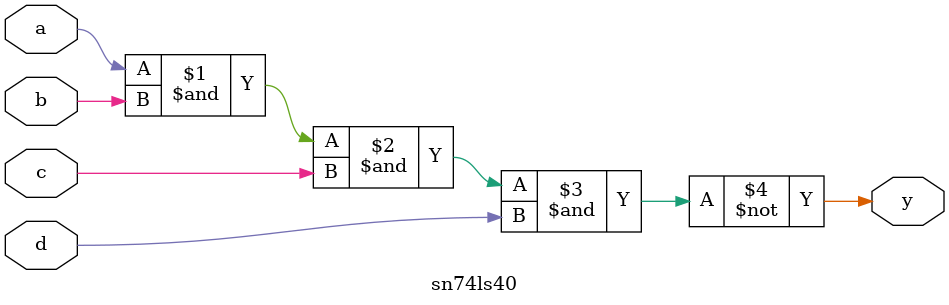
<source format=v>
module sn74ls40(y, a, b, c, d);
input a, b, c, d;
output y;
parameter
	// TI TTL data book Vol 1, 1985
	tPLH_min=0, tPLH_typ=12, tPLH_max=24,
	tPHL_min=0, tPHL_typ=12, tPHL_max=24;

	nand #(tPLH_min : tPLH_typ : tPLH_max,
	  tPHL_min : tPHL_typ : tPHL_max)
	(y, a, b, c, d);

endmodule

</source>
